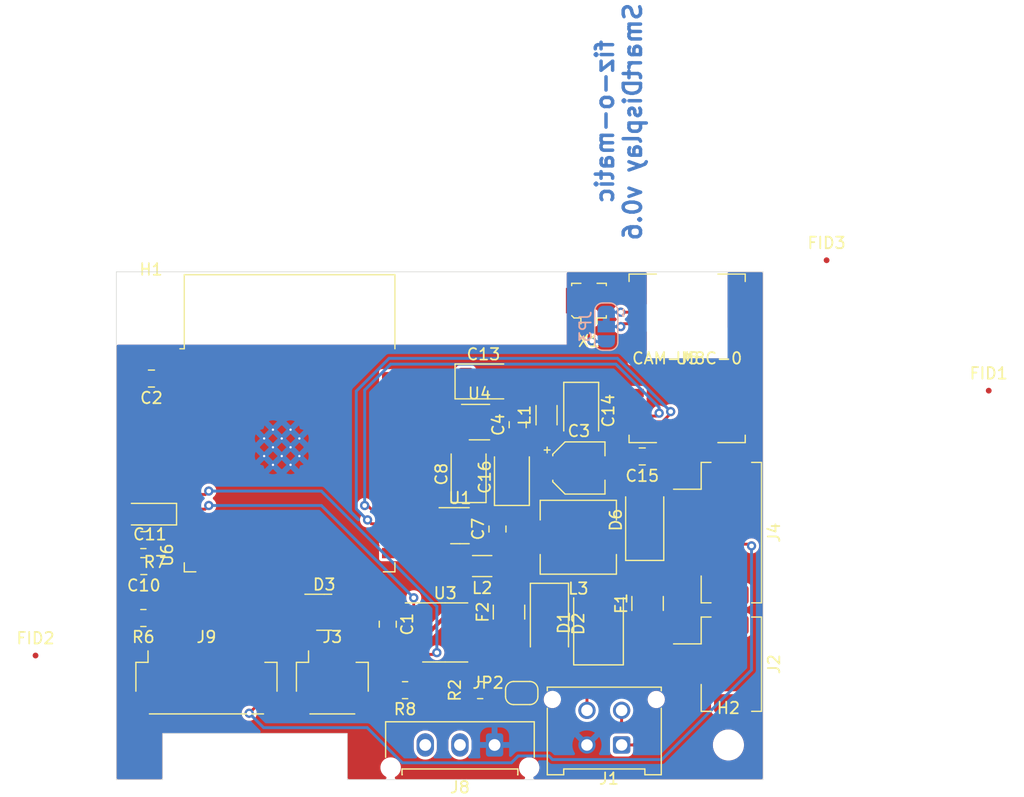
<source format=kicad_pcb>
(kicad_pcb (version 20221018) (generator pcbnew)
  (layers (0 "F.Cu" signal) (31 "B.Cu" signal) (34 "B.Paste" user) (35 "F.Paste" user) (36 "B.SilkS" user "B.Silkscreen") (37 "F.SilkS" user "F.Silkscreen") (38 "B.Mask" user) (39 "F.Mask" user) (44 "Edge.Cuts" user))
  (net 0 "")
  (net 1 "GND")
  (net 2 "Net-(U1-SW)")
  (net 3 "Net-(U4-SW)")
  (net 4 "SCK")
  (net 5 "MOSI")
  (net 6 "MISO")
  (net 7 "+5V")
  (net 8 "Net-(U1-BST)")
  (net 9 "Net-(D6-K)")
  (net 10 "VCC")
  (net 11 "SCL")
  (net 12 "SDA")
  (net 13 "Net-(F1-Pad1)")
  (net 14 "CAN_PWR")
  (net 15 "CAN_TXD")
  (net 16 "CAN_RXD")
  (net 17 "Net-(U4-BST)")
  (net 18 "KEY")
  (net 19 "+12V")
  (net 20 "INSTR.BEL")
  (net 22 "D22")
  (net 23 "D23")
  (net 24 "Net-(JP2-Pad1)")
  (net 25 "CANH")
  (net 26 "CANL")
  (net 27 "D24")
  (net 28 "D25")
  (net 29 "1WIRE")
  (net 33 "Net-(U5-RF_OUT)")
  (net 34 "+3V3")
  (net 35 "Net-(U5-RF_IN)")
  (net 36 "Net-(X1-SIGNAL)")
  (net 37 "GPS_RXD")
  (net 38 "GPS_TXD")
  (net 39 "GPS_RESET")
  (net 51 "A4")
  (net 72 "Net-(D2-K)")
  (net 73 "Net-(D2-A)")
  (footprint "Capacitor_SMD:C_0805_2012Metric_Pad1.18x1.45mm_HandSolder" (layer "F.Cu") (at 129.375 103.42 180)
    (fp_text reference "C10")
    (fp_text value "100n")
  )
  (footprint "Resistor_SMD:R_0805_2012Metric_Pad1.20x1.40mm_HandSolder" (layer "F.Cu") (at 129.3375 107.92 180)
    (fp_text reference "R6")
    (fp_text value "15k" hide)
  )
  (footprint "Jumper:SolderJumper-2_P1.3mm_Open_RoundedPad1.0x1.5mm" (layer "F.Cu") (at 162.1 114.42)
    (fp_text reference "JP2")
    (fp_text value "Jumper_NC_Small")
  )
  (footprint "Resistor_SMD:R_0805_2012Metric_Pad1.20x1.40mm_HandSolder" (layer "F.Cu") (at 158.5 114.17 180)
    (fp_text reference "R2")
    (fp_text value "120")
  )
  (footprint "Connector_JST:JST_PH_B2B-PH-SM4-TB_1x02-1MP_P2.00mm_Vertical" (layer "F.Cu") (at 178.5 111.92 -90)
    (fp_text reference "J2")
    (fp_text value "KEY")
  )
  (footprint "Resistor_SMD:R_0805_2012Metric_Pad1.20x1.40mm_HandSolder" (layer "F.Cu") (at 129.3375 101.17 180)
    (fp_text reference "R7")
    (fp_text value "4,7k")
  )
  (footprint "Fuse:Fuse_1210_3225Metric_Pad1.42x2.65mm_HandSolder" (layer "F.Cu") (at 173 106.6575 90)
    (fp_text reference "F1")
    (fp_text value "Polyfuse")
  )
  (footprint "Fiducial:Fiducial_0.5mm_Mask1mm" (layer "F.Cu") (at 120 111.17)
    (fp_text reference "FID2")
    (fp_text value "Fiducial")
  )
  (footprint "Fiducial:Fiducial_0.5mm_Mask1mm" (layer "F.Cu") (at 188.5 76.92)
    (fp_text reference "FID3")
    (fp_text value "Fiducial")
  )
  (footprint "Capacitor_SMD:CP_Elec_4x3.9" (layer "F.Cu") (at 167.05 94.92)
    (fp_text reference "C3")
    (fp_text value "22u")
  )
  (footprint "Capacitor_SMD:C_0805_2012Metric_Pad1.18x1.45mm_HandSolder" (layer "F.Cu") (at 161.75 91.17 90)
    (fp_text reference "C4")
    (fp_text value "100n")
  )
  (footprint "Capacitor_Tantalum_SMD:CP_EIA-3528-21_Kemet-B" (layer "F.Cu") (at 158.7875 87.42)
    (fp_text reference "C13")
    (fp_text value "22u")
  )
  (footprint "Capacitor_Tantalum_SMD:CP_EIA-3528-21_Kemet-B" (layer "F.Cu") (at 167.25 89.9575 -90)
    (fp_text reference "C14")
    (fp_text value "22u")
  )
  (footprint "Connector_Molex:Molex_Micro-Fit_3.0_43045-0412_2x02_P3.00mm_Vertical" (layer "F.Cu") (at 170.75 118.92 180)
    (fp_text reference "J1")
    (fp_text value "CAN" hide)
  )
  (footprint "Connector_Molex:Molex_Micro-Fit_3.0_43650-0315_1x03_P3.00mm_Vertical" (layer "F.Cu") (at 159.75 118.92 180)
    (fp_text reference "J8")
    (fp_text value "Conn_01x03")
  )
  (footprint "Connector_JST:JST_PH_B4B-PH-SM4-TB_1x04-1MP_P2.00mm_Vertical" (layer "F.Cu") (at 178.5 100.52 -90)
    (fp_text reference "J4")
    (fp_text value "PWR")
  )
  (footprint "Capacitor_Tantalum_SMD:CP_EIA-3216-18_Kemet-A" (layer "F.Cu") (at 129.9 98.92 180)
    (fp_text reference "C11")
    (fp_text value "1u")
  )
  (footprint "ublox_CAM_M8C:CAM-M8C-0" (layer "F.Cu") (at 176.425 85.42)
    (fp_text reference "U5")
    (fp_text value "CAM-M8C-0")
  )
  (footprint "Package_TO_SOT_SMD:TSOT-23-6" (layer "F.Cu") (at 158.44 90.92)
    (fp_text reference "U4")
    (fp_text value "AP63203WU")
  )
  (footprint "Capacitor_SMD:C_0805_2012Metric_Pad1.18x1.45mm_HandSolder" (layer "F.Cu") (at 172.5375 93.92 180)
    (fp_text reference "C15")
    (fp_text value "100n")
  )
  (footprint "Connector_Coaxial:U.FL_Molex_MCRF_73412-0110_Vertical" (layer "F.Cu") (at 167.925 80.42)
    (fp_text reference "X1")
    (fp_text value "ANTENNA_U.FL")
  )
  (footprint "Diode_SMD:D_SMA" (layer "F.Cu") (at 172.75 99.42 90)
    (fp_text reference "D6")
    (fp_text value "S1D")
  )
  (footprint "Diode_SMD:D_SMB" (layer "F.Cu") (at 168.75 108.32 90)
    (fp_text reference "D1")
    (fp_text value "SMBJ16.0CA")
  )
  (footprint "Inductor_SMD:L_1206_3216Metric" (layer "F.Cu") (at 164.25 90.345 90)
    (fp_text reference "L1")
    (fp_text value "4.7uH")
  )
  (footprint "Inductor_SMD:L_1206_3216Metric" (layer "F.Cu") (at 158.675 103.42 180)
    (fp_text reference "L2")
    (fp_text value "4.7uH")
  )
  (footprint "MountingHole:MountingHole_2.2mm_M2" (layer "F.Cu") (at 130 80.92)
    (fp_text reference "H1")
    (fp_text value "MountingHole")
  )
  (footprint "Fiducial:Fiducial_0.5mm_Mask1mm" (layer "F.Cu") (at 202.54 88.22)
    (fp_text reference "FID1")
    (fp_text value "Fiducial")
  )
  (footprint "Capacitor_SMD:C_0805_2012Metric_Pad1.18x1.45mm_HandSolder" (layer "F.Cu") (at 160 100.2075 90)
    (fp_text reference "C7")
    (fp_text value "100n")
  )
  (footprint "MountingHole:MountingHole_2.2mm_M2" (layer "F.Cu") (at 180 118.92)
    (fp_text reference "H2")
    (fp_text value "MountingHole")
  )
  (footprint "Capacitor_Tantalum_SMD:CP_EIA-3528-21_Kemet-B" (layer "F.Cu") (at 161.25 95.7075 90)
    (fp_text reference "C16")
    (fp_text value "22u")
  )
  (footprint "Connector_JST:JST_SH_SM04B-SRSS-TB_1x04-1MP_P1.00mm_Horizontal" (layer "F.Cu") (at 145.7 113.545)
    (fp_text reference "J3")
    (fp_text value "Conn_01x04_MountingPin")
  )
  (footprint "Fuse:Fuse_1210_3225Metric_Pad1.42x2.65mm_HandSolder" (layer "F.Cu") (at 161 107.4075 90)
    (fp_text reference "F2")
    (fp_text value "Polyfuse")
  )
  (footprint "Diode_SMD:D_SMA" (layer "F.Cu") (at 164.5 108.42 -90)
    (fp_text reference "D2")
    (fp_text value "S1D")
  )
  (footprint "Capacitor_SMD:C_0805_2012Metric_Pad1.18x1.45mm_HandSolder" (layer "F.Cu") (at 150.5 108.4575 -90)
    (fp_text reference "C1")
    (fp_text value "100n")
  )
  (footprint "Resistor_SMD:R_0805_2012Metric_Pad1.20x1.40mm_HandSolder" (layer "F.Cu") (at 152 114.17 180)
    (fp_text reference "R8")
    (fp_text value "4,7k")
  )
  (footprint "Package_SO:SOIC-8_3.9x4.9mm_P1.27mm" (layer "F.Cu") (at 155.475 109.17)
    (fp_text reference "U3")
    (fp_text value "MCP2562-E-SN")
  )
  (footprint "Inductor_SMD:L_6.3x6.3_H3" (layer "F.Cu") (at 167 100.92 180)
    (fp_text reference "L3")
    (fp_text value "L_Ferrite")
  )
  (footprint "Capacitor_Tantalum_SMD:CP_EIA-3528-21_Kemet-B" (layer "F.Cu") (at 157.5 95.4575 90)
    (fp_text reference "C8")
    (fp_text value "22u")
  )
  (footprint "Connector_JST:JST_SH_SM10B-SRSS-TB_1x10-1MP_P1.00mm_Horizontal" (layer "F.Cu") (at 134.8 113.545)
    (fp_text reference "J9")
    (fp_text value "Conn_01x10_MountingPin")
  )
  (footprint "Package_TO_SOT_SMD:SOT-23" (layer "F.Cu") (at 145 107.42)
    (fp_text reference "D3")
    (fp_text value "SP0502BAHT")
  )
  (footprint "Capacitor_SMD:C_0805_2012Metric_Pad1.18x1.45mm_HandSolder" (layer "F.Cu") (at 130.0375 87.17 180)
    (fp_text reference "C2")
    (fp_text value "100n")
  )
  (footprint "Package_TO_SOT_SMD:TSOT-23-6" (layer "F.Cu") (at 156.75 99.92)
    (fp_text reference "U1")
    (fp_text value "AP63205WU")
  )
  (footprint "RF_Module:ESP32-WROOM-32" (layer "F.Cu") (at 142 94.035)
    (fp_text reference "U6")
    (fp_text value "ESP32-WROOM-32")
  )
  (footprint "Jumper:SolderJumper-3_P1.3mm_Bridged12_RoundedPad1.0x1.5mm" (layer "B.Cu") (at 169.425 82.67 -90)
    (fp_text reference "JP3")
    (fp_text value "Jumper_NC_Dual")
  )
  (gr_line (start 127 121.92) (end 127 77.92) (stroke (width 0.05)) (layer "Edge.Cuts"))
  (gr_line (start 131 117.92) (end 147 117.92) (stroke (width 0.05)) (layer "Edge.Cuts"))
  (gr_line (start 131 121.92) (end 131 117.92) (stroke (width 0.05)) (layer "Edge.Cuts"))
  (gr_line (start 183 121.92) (end 183 77.92) (stroke (width 0.05)) (layer "Edge.Cuts"))
  (gr_line (start 147 117.92) (end 147 121.92) (stroke (width 0.05)) (layer "Edge.Cuts"))
  (gr_line (start 147 121.92) (end 183 121.92) (stroke (width 0.05)) (layer "Edge.Cuts"))
  (gr_line (start 127 121.92) (end 131 121.92) (stroke (width 0.05)) (layer "Edge.Cuts"))
  (gr_line (start 183 77.92) (end 127 77.92) (stroke (width 0.05)) (layer "Edge.Cuts"))
  (gr_text "fiz-o-matic\nSmartDisplay v0.6" (at 170.5 64.92 90) (layer "B.Cu") (effects (font (size 1.5 1.5) (thickness 0.3)) (justify mirror)))
  (segment (start 160.25 101.495) (end 160 101.245) (width 0.25) (layer "F.Cu") (net 2))
  (segment (start 157.8875 99.92) (end 158.675 99.92) (width 0.25) (layer "F.Cu") (net 2))
  (segment (start 158.675 99.92) (end 160 101.245) (width 0.25) (layer "F.Cu") (net 2))
  (segment (start 160.25 103.42) (end 160.25 101.495) (width 0.25) (layer "F.Cu") (net 2))
  (segment (start 159.75 90.92) (end 160.61 90.92) (width 0.25) (layer "F.Cu") (net 3))
  (segment (start 160.61 90.92) (end 161.75 92.06) (width 0.25) (layer "F.Cu") (net 3))
  (segment (start 161.75 92.06) (end 161.75 92.2075) (width 0.25) (layer "F.Cu") (net 3))
  (segment (start 162.75 91.92) (end 164.25 91.92) (width 0.25) (layer "F.Cu") (net 3))
  (segment (start 162.4625 92.2075) (end 162.75 91.92) (width 0.25) (layer "F.Cu") (net 3))
  (segment (start 161.75 92.2075) (end 162.4625 92.2075) (width 0.25) (layer "F.Cu") (net 3))
  (segment (start 155.75 107.502462) (end 155.75 103.92) (width 0.35) (layer "F.Cu") (net 7))
  (segment (start 157.1 103.42) (end 157.1 104.52) (width 0.35) (layer "F.Cu") (net 7))
  (segment (start 156.175 96.995) (end 157.5 96.995) (width 0.35) (layer "F.Cu") (net 7))
  (segment (start 156.25 103.42) (end 155.75 103.92) (width 0.35) (layer "F.Cu") (net 7))
  (segment (start 157.1 103.42) (end 157.1 102.02) (width 0.35) (layer "F.Cu") (net 7))
  (segment (start 155.6125 97.5575) (end 156.175 96.995) (width 0.35) (layer "F.Cu") (net 7))
  (segment (start 157.1 104.52) (end 161 108.42) (width 0.35) (layer "F.Cu") (net 7))
  (segment (start 157.5 96.995) (end 161 96.995) (width 0.35) (layer "F.Cu") (net 7))
  (segment (start 153 109.805) (end 153.447462 109.805) (width 0.35) (layer "F.Cu") (net 7))
  (segment (start 156.65 99.552538) (end 156.067462 98.97) (width 0.35) (layer "F.Cu") (net 7))
  (segment (start 157.1 102.02) (end 156.65 101.57) (width 0.35) (layer "F.Cu") (net 7))
  (segment (start 153 109.805) (end 151.635 109.805) (width 0.35) (layer "F.Cu") (net 7))
  (segment (start 161 96.995) (end 161.25 97.245) (width 0.35) (layer "F.Cu") (net 7))
  (segment (start 156.65 101.57) (end 156.65 99.552538) (width 0.35) (layer "F.Cu") (net 7))
  (segment (start 153.447462 109.805) (end 155.75 107.502462) (width 0.35) (layer "F.Cu") (net 7))
  (segment (start 151.635 109.805) (end 151.5 109.67) (width 0.35) (layer "F.Cu") (net 7))
  (segment (start 155.6125 98.97) (end 155.6125 97.5575) (width 0.35) (layer "F.Cu") (net 7))
  (segment (start 156.067462 98.97) (end 155.6125 98.97) (width 0.35) (layer "F.Cu") (net 7))
  (segment (start 150.5 109.495) (end 151.325 109.495) (width 0.35) (layer "F.Cu") (net 7))
  (segment (start 157.1 103.42) (end 156.25 103.42) (width 0.35) (layer "F.Cu") (net 7))
  (segment (start 161 108.42) (end 161 108.895) (width 0.35) (layer "F.Cu") (net 7))
  (segment (start 151.325 109.495) (end 151.5 109.67) (width 0.35) (layer "F.Cu") (net 7))
  (segment (start 157.8875 98.97) (end 159.8 98.97) (width 0.25) (layer "F.Cu") (net 8))
  (segment (start 159.8 98.97) (end 160 99.17) (width 0.25) (layer "F.Cu") (net 8))
  (segment (start 173 105.17) (end 173 103.92) (width 0.25) (layer "F.Cu") (net 9))
  (segment (start 172.75 103.67) (end 173 103.92) (width 0.25) (layer "F.Cu") (net 9))
  (segment (start 172.75 101.42) (end 172.75 103.67) (width 0.25) (layer "F.Cu") (net 9))
  (segment (start 172.85 97.52) (end 172.75 97.42) (width 0.25) (layer "F.Cu") (net 10))
  (segment (start 178 97.52) (end 172.85 97.52) (width 0.25) (layer "F.Cu") (net 10))
  (segment (start 154.75 99.92) (end 154.25 99.42) (width 0.25) (layer "F.Cu") (net 14))
  (segment (start 155.6125 99.92) (end 154.75 99.92) (width 0.25) (layer "F.Cu") (net 14))
  (segment (start 154.25 87.435) (end 154.25 99.42) (width 0.25) (layer "F.Cu") (net 14))
  (segment (start 133.25 93.405) (end 134.25 93.405) (width 0.25) (layer "F.Cu") (net 14))
  (segment (start 151.825 85.01) (end 154.25 87.435) (width 0.25) (layer "F.Cu") (net 14))
  (segment (start 134.25 93.405) (end 142.645 85.01) (width 0.25) (layer "F.Cu") (net 14))
  (segment (start 142.645 85.01) (end 151.825 85.01) (width 0.25) (layer "F.Cu") (net 14))
  (segment (start 152.75 107.015) (end 153 107.265) (width 0.25) (layer "F.Cu") (net 15))
  (segment (start 133.25 98.485) (end 134.685 98.485) (width 0.25) (layer "F.Cu") (net 15))
  (segment (start 134.685 98.485) (end 135 98.17) (width 0.25) (layer "F.Cu") (net 15))
  (segment (start 152.75 106.17) (end 152.75 107.015) (width 0.25) (layer "F.Cu") (net 15))
  (via (at 152.75 106.17) (size 0.8) (drill 0.4) (layers "F.Cu" "B.Cu") (net 15))
  (via (at 135 98.17) (size 0.8) (drill 0.4) (layers "F.Cu" "B.Cu") (net 15))
  (segment (start 135 98.17) (end 144.75 98.17) (width 0.25) (layer "B.Cu") (net 15))
  (segment (start 144.75 98.17) (end 152.75 106.17) (width 0.25) (layer "B.Cu") (net 15))
  (segment (start 154.595 111.075) (end 154.75 110.92) (width 0.25) (layer "F.Cu") (net 16))
  (segment (start 133.25 97.215) (end 134.705 97.215) (width 0.25) (layer "F.Cu") (net 16))
  (segment (start 153 111.075) (end 154.595 111.075) (width 0.25) (layer "F.Cu") (net 16))
  (segment (start 134.705 97.215) (end 135 96.92) (width 0.25) (layer "F.Cu") (net 16))
  (via (at 135 96.92) (size 0.8) (drill 0.4) (layers "F.Cu" "B.Cu") (net 16))
  (via (at 154.75 110.92) (size 0.8) (drill 0.4) (layers "F.Cu" "B.Cu") (net 16))
  (segment (start 144.75 96.92) (end 154.75 106.92) (width 0.25) (layer "B.Cu") (net 16))
  (segment (start 154.75 106.92) (end 154.75 110.92) (width 0.25) (layer "B.Cu") (net 16))
  (segment (start 135 96.92) (end 144.75 96.92) (width 0.25) (layer "B.Cu") (net 16))
  (segment (start 159.75 89.97) (end 161.5875 89.97) (width 0.25) (layer "F.Cu") (net 17))
  (segment (start 161.5875 89.97) (end 161.75 90.1325) (width 0.25) (layer "F.Cu") (net 17))
  (segment (start 164.25 100.92) (end 165.75 100.92) (width 0.35) (layer "F.Cu") (net 19))
  (segment (start 165.75 100.92) (end 168.75 103.92) (width 0.35) (layer "F.Cu") (net 19))
  (segment (start 165.25 97.17) (end 165.25 94.92) (width 0.35) (layer "F.Cu") (net 19))
  (segment (start 164.25 100.92) (end 164.25 98.17) (width 0.35) (layer "F.Cu") (net 19))
  (segment (start 164.25 98.17) (end 165.25 97.17) (width 0.35) (layer "F.Cu") (net 19))
  (segment (start 168.75 103.92) (end 168.75 106.17) (width 0.35) (layer "F.Cu") (net 19))
  (segment (start 138.5 116.17) (end 139.3 115.37) (width 0.25) (layer "F.Cu") (net 20))
  (segment (start 139.3 115.37) (end 139.3 111.545) (width 0.25) (layer "F.Cu") (net 20))
  (segment (start 181.85 101.52) (end 182 101.67) (width 0.25) (layer "F.Cu") (net 20))
  (segment (start 178 101.52) (end 181.85 101.52) (width 0.25) (layer "F.Cu") (net 20))
  (via (at 182 101.67) (size 0.8) (drill 0.4) (layers "F.Cu" "B.Cu") (net 20))
  (via (at 138.5 116.17) (size 0.8) (drill 0.4) (layers "F.Cu" "B.Cu") (net 20))
  (segment (start 151.76 120.461644) (end 148.718356 117.42) (width 0.25) (layer "B.Cu") (net 20))
  (segment (start 182 101.67) (end 182 112.42) (width 0.25) (layer "B.Cu") (net 20))
  (segment (start 164.765822 120.185822) (end 164.45 119.87) (width 0.25) (layer "B.Cu") (net 20))
  (segment (start 139.75 117.42) (end 138.5 116.17) (width 0.25) (layer "B.Cu") (net 20))
  (segment (start 148.718356 117.42) (end 139.75 117.42) (width 0.25) (layer "B.Cu") (net 20))
  (segment (start 174.234178 120.185822) (end 164.765822 120.185822) (width 0.25) (layer "B.Cu") (net 20))
  (segment (start 182 112.42) (end 174.234178 120.185822) (width 0.25) (layer "B.Cu") (net 20))
  (segment (start 161.208356 120.461644) (end 151.76 120.461644) (width 0.25) (layer "B.Cu") (net 20))
  (segment (start 161.8 119.87) (end 161.208356 120.461644) (width 0.25) (layer "B.Cu") (net 20))
  (segment (start 164.45 119.87) (end 161.8 119.87) (width 0.25) (layer "B.Cu") (net 20))
  (segment (start 156.5 108.92) (end 156.885 108.535) (width 0.25) (layer "F.Cu") (net 25))
  (segment (start 159.115 108.535) (end 159.35 108.77) (width 0.25) (layer "F.Cu") (net 25))
  (segment (start 166 112.92) (end 167.75 114.67) (width 0.25) (layer "F.Cu") (net 25))
  (segment (start 157.5 114.17) (end 156.5 113.17) (width 0.25) (layer "F.Cu") (net 25))
  (segment (start 157.95 108.535) (end 159.115 108.535) (width 0.25) (layer "F.Cu") (net 25))
  (segment (start 159.35 108.77) (end 159.35 109.595672) (width 0.25) (layer "F.Cu") (net 25))
  (segment (start 162.674328 112.92) (end 166 112.92) (width 0.25) (layer "F.Cu") (net 25))
  (segment (start 159.35 109.595672) (end 162.674328 112.92) (width 0.25) (layer "F.Cu") (net 25))
  (segment (start 167.75 114.67) (end 167.75 115.92) (width 0.25) (layer "F.Cu") (net 25))
  (segment (start 156.885 108.535) (end 157.95 108.535) (width 0.25) (layer "F.Cu") (net 25))
  (segment (start 156.5 113.17) (end 156.5 108.92) (width 0.25) (layer "F.Cu") (net 25))
  (segment (start 166.75 117.17) (end 166.25 116.67) (width 0.25) (layer "F.Cu") (net 26))
  (segment (start 158.922932 109.805) (end 157.95 109.805) (width 0.25) (layer "F.Cu") (net 26))
  (segment (start 162.537932 113.42) (end 158.922932 109.805) (width 0.25) (layer "F.Cu") (net 26))
  (segment (start 162.75 114.42) (end 162.75 113.42) (width 0.25) (layer "F.Cu") (net 26))
  (segment (start 162.75 113.42) (end 162.537932 113.42) (width 0.25) (layer "F.Cu") (net 26))
  (segment (start 166.25 116.67) (end 166.25 115.04972) (width 0.25) (layer "F.Cu") (net 26))
  (segment (start 170.5 117.17) (end 166.75 117.17) (width 0.25) (layer "F.Cu") (net 26))
  (segment (start 164.62028 113.42) (end 162.75 113.42) (width 0.25) (layer "F.Cu") (net 26))
  (segment (start 170.75 115.92) (end 170.75 116.92) (width 0.25) (layer "F.Cu") (net 26))
  (segment (start 166.25 115.04972) (end 164.62028 113.42) (width 0.25) (layer "F.Cu") (net 26))
  (segment (start 170.75 116.92) (end 170.5 117.17) (width 0.25) (layer "F.Cu") (net 26))
  (segment (start 172.1 81.42) (end 170.675 81.42) (width 0.25) (layer "F.Cu") (net 33))
  (via (at 170.675 81.42) (size 0.8) (drill 0.4) (layers "F.Cu" "B.Cu") (net 33))
  (segment (start 169.475 81.42) (end 169.425 81.37) (width 0.25) (layer "B.Cu") (net 33))
  (segment (start 170.675 81.42) (end 169.475 81.42) (width 0.25) (layer "B.Cu") (net 33))
  (segment (start 174.5 93.92) (end 175 93.42) (width 0.25) (layer "F.Cu") (net 34))
  (segment (start 157.25 88.92) (end 157.13 89.04) (width 0.25) (layer "F.Cu") (net 34))
  (segment (start 162.65 88.77) (end 162.5 88.92) (width 0.25) (layer "F.Cu") (net 34))
  (segment (start 166.9 88.77) (end 167.25 88.42) (width 0.25) (layer "F.Cu") (net 34))
  (segment (start 180.25 93.42) (end 180.75 92.92) (width 0.25) (layer "F.Cu") (net 34))
  (segment (start 180.75 83.419999) (end 181.749999 83.419999) (width 0.25) (layer "F.Cu") (net 34))
  (segment (start 181.749999 83.419999) (end 182 83.67) (width 0.25) (layer "F.Cu") (net 34))
  (segment (start 182 84.42) (end 182 90.92) (width 0.25) (layer "F.Cu") (net 34))
  (segment (start 181.499999 91.420001) (end 180.75 91.420001) (width 0.25) (layer "F.Cu") (net 34))
  (segment (start 173.575 93.92) (end 174.5 93.92) (width 0.25) (layer "F.Cu") (net 34))
  (segment (start 173.25 92.67) (end 171.772899 92.67) (width 0.25) (layer "F.Cu") (net 34))
  (segment (start 157.25 87.42) (end 157.25 88.92) (width 0.25) (layer "F.Cu") (net 34))
  (segment (start 170.5 89.92) (end 169 88.42) (width 0.25) (layer "F.Cu") (net 34))
  (segment (start 175 93.42) (end 180.25 93.42) (width 0.25) (layer "F.Cu") (net 34))
  (segment (start 170.5 91.397101) (end 170.5 89.92) (width 0.25) (layer "F.Cu") (net 34))
  (segment (start 162.5 88.92) (end 157.25 88.92) (width 0.25) (layer "F.Cu") (net 34))
  (segment (start 157.13 89.04) (end 157.13 89.97) (width 0.25) (layer "F.Cu") (net 34))
  (segment (start 164.25 88.77) (end 162.65 88.77) (width 0.25) (layer "F.Cu") (net 34))
  (segment (start 164.25 88.77) (end 166.9 88.77) (width 0.25) (layer "F.Cu") (net 34))
  (segment (start 182 83.67) (end 182 84.42) (width 0.25) (layer "F.Cu") (net 34))
  (segment (start 180.75 84.419999) (end 182 84.42) (width 0.25) (layer "F.Cu") (net 34))
  (segment (start 173.575 92.995) (end 173.25 92.67) (width 0.25) (layer "F.Cu") (net 34))
  (segment (start 133.25 87.055) (end 131.19 87.055) (width 0.25) (layer "F.Cu") (net 34))
  (segment (start 173.575 93.92) (end 173.575 92.995) (width 0.25) (layer "F.Cu") (net 34))
  (segment (start 169 88.42) (end 167.25 88.42) (width 0.25) (layer "F.Cu") (net 34))
  (segment (start 131.19 87.055) (end 131.075 87.17) (width 0.25) (layer "F.Cu") (net 34))
  (segment (start 171.772899 92.67) (end 170.5 91.397101) (width 0.25) (layer "F.Cu") (net 34))
  (segment (start 180.75 92.92) (end 180.75 91.420001) (width 0.25) (layer "F.Cu") (net 34))
  (segment (start 182 90.92) (end 181.499999 91.420001) (width 0.25) (layer "F.Cu") (net 34))
  (segment (start 170.924999 82.420001) (end 170.675 82.67) (width 0.25) (layer "F.Cu") (net 35))
  (segment (start 172.1 82.420001) (end 170.924999 82.420001) (width 0.25) (layer "F.Cu") (net 35))
  (via (at 170.675 82.67) (size 0.8) (drill 0.4) (layers "F.Cu" "B.Cu") (net 35))
  (segment (start 170.675 82.67) (end 169.425 82.67) (width 0.25) (layer "B.Cu") (net 35))
  (segment (start 168.175 83.92) (end 167.925 83.67) (width 0.25) (layer "F.Cu") (net 36))
  (segment (start 167.925 83.67) (end 167.925 81.92) (width 0.25) (layer "F.Cu") (net 36))
  (via (at 168.175 83.92) (size 0.8) (drill 0.4) (layers "F.Cu" "B.Cu") (net 36))
  (segment (start 169.425 83.97) (end 168.225 83.97) (width 0.25) (layer "B.Cu") (net 36))
  (segment (start 168.225 83.97) (end 168.175 83.92) (width 0.25) (layer "B.Cu") (net 36))
  (segment (start 149.085 99.755) (end 148.75 99.42) (width 0.25) (layer "F.Cu") (net 37))
  (segment (start 173.421501 90.92) (end 174.275305 90.92) (width 0.25) (layer "F.Cu") (net 37))
  (segment (start 175 90.195305) (end 175 90.033604) (width 0.25) (layer "F.Cu") (net 37))
  (segment (start 172.9215 91.420001) (end 173.421501 90.92) (width 0.25) (layer "F.Cu") (net 37))
  (segment (start 174.275305 90.92) (end 175 90.195305) (width 0.25) (layer "F.Cu") (net 37))
  (segment (start 172.1 91.420001) (end 172.9215 91.420001) (width 0.25) (layer "F.Cu") (net 37))
  (segment (start 150.75 99.755) (end 149.085 99.755) (width 0.25) (layer "F.Cu") (net 37))
  (via (at 148.75 99.42) (size 0.8) (drill 0.4) (layers "F.Cu" "B.Cu") (net 37))
  (via (at 175 90.033604) (size 0.8) (drill 0.4) (layers "F.Cu" "B.Cu") (net 37))
  (segment (start 147.775 88.258604) (end 150.613604 85.42) (width 0.25) (layer "B.Cu") (net 37))
  (segment (start 170.386396 85.42) (end 175 90.033604) (width 0.25) (layer "B.Cu") (net 37))
  (segment (start 147.775 98.470305) (end 147.775 88.258604) (width 0.25) (layer "B.Cu") (net 37))
  (segment (start 148.724695 99.42) (end 147.775 98.470305) (width 0.25) (layer "B.Cu") (net 37))
  (segment (start 148.75 99.42) (end 148.724695 99.42) (width 0.25) (layer "B.Cu") (net 37))
  (segment (start 150.613604 85.42) (end 170.386396 85.42) (width 0.25) (layer "B.Cu") (net 37))
  (segment (start 173.75 90.42) (end 174 90.17) (width 0.25) (layer "F.Cu") (net 38))
  (segment (start 148.75 98.17) (end 148.5 98.17) (width 0.25) (layer "F.Cu") (net 38))
  (segment (start 172.1 90.42) (end 173.75 90.42) (width 0.25) (layer "F.Cu") (net 38))
  (segment (start 149.065 98.485) (end 148.75 98.17) (width 0.25) (layer "F.Cu") (net 38))
  (segment (start 150.75 98.485) (end 149.065 98.485) (width 0.25) (layer "F.Cu") (net 38))
  (via (at 174 90.17) (size 0.8) (drill 0.4) (layers "F.Cu" "B.Cu") (net 38))
  (via (at 148.5 98.17) (size 0.8) (drill 0.4) (layers "F.Cu" "B.Cu") (net 38))
  (segment (start 174 89.67) (end 174 90.17) (width 0.25) (layer "B.Cu") (net 38))
  (segment (start 150.75 85.92) (end 170.25 85.92) (width 0.25) (layer "B.Cu") (net 38))
  (segment (start 148.5 88.17) (end 150.75 85.92) (width 0.25) (layer "B.Cu") (net 38))
  (segment (start 148.5 98.17) (end 148.5 88.17) (width 0.25) (layer "B.Cu") (net 38))
  (segment (start 170.25 85.92) (end 174 89.67) (width 0.25) (layer "B.Cu") (net 38))
  (segment (start 164 105.92) (end 164.5 106.42) (width 0.25) (layer "F.Cu") (net 72))
  (segment (start 161 105.92) (end 164 105.92) (width 0.25) (layer "F.Cu") (net 72))
  (segment (start 171.25 114.42) (end 172.25 115.42) (width 0.25) (layer "F.Cu") (net 73))
  (segment (start 171.75 118.92) (end 170.75 118.92) (width 0.25) (layer "F.Cu") (net 73))
  (segment (start 172.25 118.42) (end 171.75 118.92) (width 0.25) (layer "F.Cu") (net 73))
  (segment (start 164.5 110.42) (end 168.5 114.42) (width 0.25) (layer "F.Cu") (net 73))
  (segment (start 168.5 114.42) (end 171.25 114.42) (width 0.25) (layer "F.Cu") (net 73))
  (segment (start 172.25 115.42) (end 172.25 118.42) (width 0.25) (layer "F.Cu") (net 73))
  (zone (net 1) (net_name "GND") (layer "F.Cu") (connect_pads yes (clearance 0.254)) (min_thickness 0.254) (fill yes (thermal_gap 0.508) (thermal_bridge_width 0.508))
    (polygon (pts (xy 184.912 121.92) (xy 127 121.92) (xy 127 77.216) (xy 184.912 77.216)))
  )
  (zone (net 0) (net_name "") (layers "F&B.Cu") (connect_pads (clearance 0)) (min_thickness 0.254)
    (keepout (tracks not_allowed) (vias not_allowed) (pads allowed) (copperpour not_allowed) (footprints allowed))
    (fill (thermal_gap 0.508) (thermal_bridge_width 0.508))
    (polygon (pts (xy 179.925 85.42) (xy 172.925 85.42) (xy 172.925 76.92) (xy 179.925 76.92)))
  )
  (zone (net 1) (net_name "GND") (layer "B.Cu") (connect_pads (clearance 0.254)) (min_thickness 0.254) (fill yes (thermal_gap 0.508) (thermal_bridge_width 0.508))
    (polygon (pts (xy 184.912 121.92) (xy 127 121.92) (xy 127 77.216) (xy 184.912 77.216)))
  )
)
</source>
